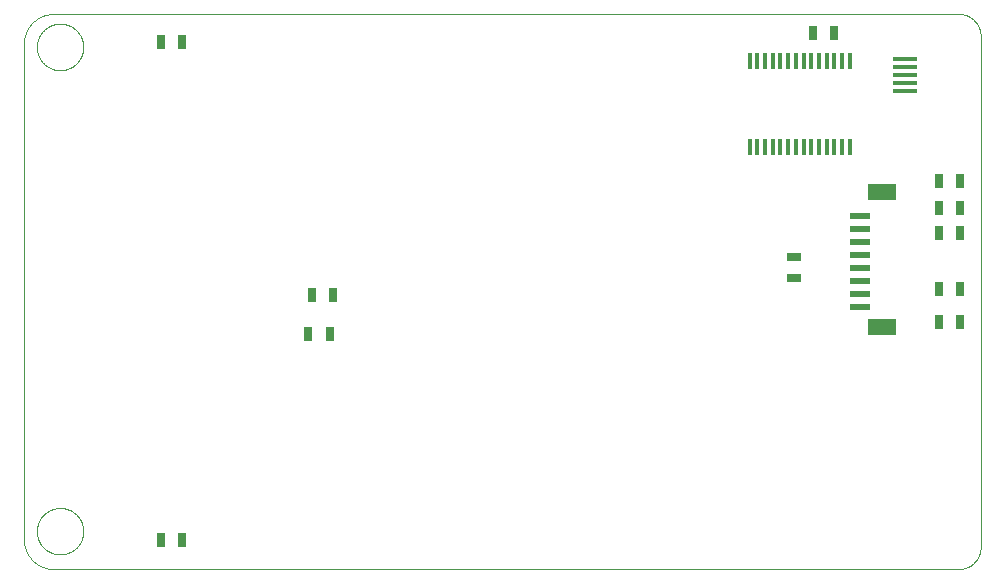
<source format=gtp>
G75*
%MOIN*%
%OFA0B0*%
%FSLAX25Y25*%
%IPPOS*%
%LPD*%
%AMOC8*
5,1,8,0,0,1.08239X$1,22.5*
%
%ADD10C,0.00000*%
%ADD11R,0.07000X0.02400*%
%ADD12R,0.09500X0.05800*%
%ADD13R,0.03150X0.04724*%
%ADD14R,0.04724X0.03150*%
%ADD15R,0.08000X0.01600*%
%ADD16R,0.01370X0.05500*%
D10*
X0014973Y0024882D02*
X0316546Y0024882D01*
X0316546Y0024883D02*
X0316724Y0024885D01*
X0316901Y0024892D01*
X0317078Y0024902D01*
X0317255Y0024917D01*
X0317432Y0024937D01*
X0317608Y0024960D01*
X0317784Y0024988D01*
X0317958Y0025020D01*
X0318132Y0025056D01*
X0318305Y0025097D01*
X0318477Y0025141D01*
X0318648Y0025190D01*
X0318818Y0025243D01*
X0318986Y0025300D01*
X0319153Y0025361D01*
X0319318Y0025426D01*
X0319482Y0025495D01*
X0319644Y0025568D01*
X0319804Y0025644D01*
X0319962Y0025725D01*
X0320118Y0025809D01*
X0320273Y0025898D01*
X0320425Y0025990D01*
X0320574Y0026085D01*
X0320722Y0026184D01*
X0320867Y0026287D01*
X0321009Y0026393D01*
X0321149Y0026503D01*
X0321286Y0026616D01*
X0321421Y0026732D01*
X0321552Y0026851D01*
X0321681Y0026974D01*
X0321806Y0027099D01*
X0321929Y0027228D01*
X0322048Y0027359D01*
X0322164Y0027494D01*
X0322277Y0027631D01*
X0322387Y0027771D01*
X0322493Y0027913D01*
X0322596Y0028058D01*
X0322695Y0028206D01*
X0322790Y0028355D01*
X0322882Y0028507D01*
X0322971Y0028662D01*
X0323055Y0028818D01*
X0323136Y0028976D01*
X0323212Y0029136D01*
X0323285Y0029298D01*
X0323354Y0029462D01*
X0323419Y0029627D01*
X0323480Y0029794D01*
X0323537Y0029962D01*
X0323590Y0030132D01*
X0323639Y0030303D01*
X0323683Y0030475D01*
X0323724Y0030648D01*
X0323760Y0030822D01*
X0323792Y0030996D01*
X0323820Y0031172D01*
X0323843Y0031348D01*
X0323863Y0031525D01*
X0323878Y0031702D01*
X0323888Y0031879D01*
X0323895Y0032056D01*
X0323897Y0032234D01*
X0323898Y0032234D02*
X0323898Y0202651D01*
X0323897Y0202651D02*
X0323895Y0202827D01*
X0323889Y0203002D01*
X0323878Y0203178D01*
X0323863Y0203353D01*
X0323844Y0203527D01*
X0323821Y0203701D01*
X0323793Y0203875D01*
X0323762Y0204048D01*
X0323726Y0204220D01*
X0323686Y0204391D01*
X0323642Y0204561D01*
X0323593Y0204730D01*
X0323541Y0204898D01*
X0323485Y0205064D01*
X0323425Y0205229D01*
X0323360Y0205392D01*
X0323292Y0205554D01*
X0323220Y0205715D01*
X0323144Y0205873D01*
X0323064Y0206030D01*
X0322981Y0206184D01*
X0322894Y0206337D01*
X0322803Y0206487D01*
X0322708Y0206635D01*
X0322610Y0206781D01*
X0322509Y0206924D01*
X0322404Y0207065D01*
X0322295Y0207203D01*
X0322184Y0207339D01*
X0322069Y0207472D01*
X0321951Y0207602D01*
X0321829Y0207729D01*
X0321705Y0207853D01*
X0321578Y0207975D01*
X0321448Y0208093D01*
X0321315Y0208208D01*
X0321179Y0208319D01*
X0321041Y0208428D01*
X0320900Y0208533D01*
X0320757Y0208634D01*
X0320611Y0208732D01*
X0320463Y0208827D01*
X0320313Y0208918D01*
X0320160Y0209005D01*
X0320006Y0209088D01*
X0319849Y0209168D01*
X0319691Y0209244D01*
X0319530Y0209316D01*
X0319368Y0209384D01*
X0319205Y0209449D01*
X0319040Y0209509D01*
X0318874Y0209565D01*
X0318706Y0209617D01*
X0318537Y0209666D01*
X0318367Y0209710D01*
X0318196Y0209750D01*
X0318024Y0209786D01*
X0317851Y0209817D01*
X0317677Y0209845D01*
X0317503Y0209868D01*
X0317329Y0209887D01*
X0317154Y0209902D01*
X0316978Y0209913D01*
X0316803Y0209919D01*
X0316627Y0209921D01*
X0316627Y0209922D02*
X0014913Y0209922D01*
X0014913Y0209921D02*
X0014673Y0209918D01*
X0014434Y0209909D01*
X0014195Y0209895D01*
X0013956Y0209875D01*
X0013718Y0209849D01*
X0013481Y0209817D01*
X0013244Y0209780D01*
X0013008Y0209736D01*
X0012774Y0209687D01*
X0012541Y0209633D01*
X0012309Y0209573D01*
X0012078Y0209507D01*
X0011850Y0209436D01*
X0011623Y0209359D01*
X0011398Y0209277D01*
X0011175Y0209189D01*
X0010954Y0209096D01*
X0010736Y0208998D01*
X0010520Y0208894D01*
X0010306Y0208786D01*
X0010095Y0208672D01*
X0009888Y0208553D01*
X0009683Y0208429D01*
X0009481Y0208300D01*
X0009282Y0208166D01*
X0009086Y0208028D01*
X0008894Y0207885D01*
X0008706Y0207737D01*
X0008521Y0207585D01*
X0008339Y0207428D01*
X0008162Y0207267D01*
X0007989Y0207102D01*
X0007819Y0206932D01*
X0007654Y0206759D01*
X0007493Y0206582D01*
X0007336Y0206400D01*
X0007184Y0206215D01*
X0007036Y0206027D01*
X0006893Y0205835D01*
X0006755Y0205639D01*
X0006621Y0205440D01*
X0006492Y0205238D01*
X0006368Y0205033D01*
X0006249Y0204826D01*
X0006135Y0204615D01*
X0006027Y0204401D01*
X0005923Y0204185D01*
X0005825Y0203967D01*
X0005732Y0203746D01*
X0005644Y0203523D01*
X0005562Y0203298D01*
X0005485Y0203071D01*
X0005414Y0202843D01*
X0005348Y0202612D01*
X0005288Y0202380D01*
X0005234Y0202147D01*
X0005185Y0201913D01*
X0005141Y0201677D01*
X0005104Y0201440D01*
X0005072Y0201203D01*
X0005046Y0200965D01*
X0005026Y0200726D01*
X0005012Y0200487D01*
X0005003Y0200248D01*
X0005000Y0200008D01*
X0005000Y0034855D01*
X0005003Y0034614D01*
X0005012Y0034373D01*
X0005026Y0034133D01*
X0005047Y0033892D01*
X0005073Y0033653D01*
X0005105Y0033414D01*
X0005142Y0033176D01*
X0005186Y0032939D01*
X0005235Y0032703D01*
X0005290Y0032468D01*
X0005350Y0032235D01*
X0005416Y0032003D01*
X0005488Y0031773D01*
X0005565Y0031545D01*
X0005648Y0031319D01*
X0005736Y0031094D01*
X0005830Y0030872D01*
X0005929Y0030652D01*
X0006033Y0030435D01*
X0006142Y0030220D01*
X0006257Y0030008D01*
X0006377Y0029799D01*
X0006501Y0029593D01*
X0006631Y0029390D01*
X0006765Y0029190D01*
X0006905Y0028993D01*
X0007049Y0028800D01*
X0007197Y0028610D01*
X0007350Y0028424D01*
X0007508Y0028242D01*
X0007670Y0028063D01*
X0007836Y0027889D01*
X0008007Y0027718D01*
X0008181Y0027552D01*
X0008360Y0027390D01*
X0008542Y0027232D01*
X0008728Y0027079D01*
X0008918Y0026931D01*
X0009111Y0026787D01*
X0009308Y0026647D01*
X0009508Y0026513D01*
X0009711Y0026383D01*
X0009917Y0026259D01*
X0010126Y0026139D01*
X0010338Y0026024D01*
X0010553Y0025915D01*
X0010770Y0025811D01*
X0010990Y0025712D01*
X0011212Y0025618D01*
X0011437Y0025530D01*
X0011663Y0025447D01*
X0011891Y0025370D01*
X0012121Y0025298D01*
X0012353Y0025232D01*
X0012586Y0025172D01*
X0012821Y0025117D01*
X0013057Y0025068D01*
X0013294Y0025024D01*
X0013532Y0024987D01*
X0013771Y0024955D01*
X0014010Y0024929D01*
X0014251Y0024908D01*
X0014491Y0024894D01*
X0014732Y0024885D01*
X0014973Y0024882D01*
X0009297Y0037520D02*
X0009299Y0037710D01*
X0009306Y0037900D01*
X0009318Y0038090D01*
X0009334Y0038280D01*
X0009355Y0038469D01*
X0009381Y0038657D01*
X0009411Y0038845D01*
X0009446Y0039032D01*
X0009485Y0039218D01*
X0009529Y0039403D01*
X0009578Y0039587D01*
X0009631Y0039770D01*
X0009688Y0039951D01*
X0009750Y0040131D01*
X0009816Y0040309D01*
X0009887Y0040486D01*
X0009962Y0040661D01*
X0010041Y0040834D01*
X0010125Y0041004D01*
X0010212Y0041173D01*
X0010304Y0041340D01*
X0010400Y0041504D01*
X0010499Y0041666D01*
X0010603Y0041826D01*
X0010711Y0041983D01*
X0010822Y0042137D01*
X0010937Y0042288D01*
X0011056Y0042437D01*
X0011179Y0042582D01*
X0011305Y0042725D01*
X0011434Y0042864D01*
X0011567Y0043000D01*
X0011703Y0043133D01*
X0011842Y0043262D01*
X0011985Y0043388D01*
X0012130Y0043511D01*
X0012279Y0043630D01*
X0012430Y0043745D01*
X0012584Y0043856D01*
X0012741Y0043964D01*
X0012901Y0044068D01*
X0013063Y0044167D01*
X0013227Y0044263D01*
X0013394Y0044355D01*
X0013563Y0044442D01*
X0013733Y0044526D01*
X0013906Y0044605D01*
X0014081Y0044680D01*
X0014258Y0044751D01*
X0014436Y0044817D01*
X0014616Y0044879D01*
X0014797Y0044936D01*
X0014980Y0044989D01*
X0015164Y0045038D01*
X0015349Y0045082D01*
X0015535Y0045121D01*
X0015722Y0045156D01*
X0015910Y0045186D01*
X0016098Y0045212D01*
X0016287Y0045233D01*
X0016477Y0045249D01*
X0016667Y0045261D01*
X0016857Y0045268D01*
X0017047Y0045270D01*
X0017237Y0045268D01*
X0017427Y0045261D01*
X0017617Y0045249D01*
X0017807Y0045233D01*
X0017996Y0045212D01*
X0018184Y0045186D01*
X0018372Y0045156D01*
X0018559Y0045121D01*
X0018745Y0045082D01*
X0018930Y0045038D01*
X0019114Y0044989D01*
X0019297Y0044936D01*
X0019478Y0044879D01*
X0019658Y0044817D01*
X0019836Y0044751D01*
X0020013Y0044680D01*
X0020188Y0044605D01*
X0020361Y0044526D01*
X0020531Y0044442D01*
X0020700Y0044355D01*
X0020867Y0044263D01*
X0021031Y0044167D01*
X0021193Y0044068D01*
X0021353Y0043964D01*
X0021510Y0043856D01*
X0021664Y0043745D01*
X0021815Y0043630D01*
X0021964Y0043511D01*
X0022109Y0043388D01*
X0022252Y0043262D01*
X0022391Y0043133D01*
X0022527Y0043000D01*
X0022660Y0042864D01*
X0022789Y0042725D01*
X0022915Y0042582D01*
X0023038Y0042437D01*
X0023157Y0042288D01*
X0023272Y0042137D01*
X0023383Y0041983D01*
X0023491Y0041826D01*
X0023595Y0041666D01*
X0023694Y0041504D01*
X0023790Y0041340D01*
X0023882Y0041173D01*
X0023969Y0041004D01*
X0024053Y0040834D01*
X0024132Y0040661D01*
X0024207Y0040486D01*
X0024278Y0040309D01*
X0024344Y0040131D01*
X0024406Y0039951D01*
X0024463Y0039770D01*
X0024516Y0039587D01*
X0024565Y0039403D01*
X0024609Y0039218D01*
X0024648Y0039032D01*
X0024683Y0038845D01*
X0024713Y0038657D01*
X0024739Y0038469D01*
X0024760Y0038280D01*
X0024776Y0038090D01*
X0024788Y0037900D01*
X0024795Y0037710D01*
X0024797Y0037520D01*
X0024795Y0037330D01*
X0024788Y0037140D01*
X0024776Y0036950D01*
X0024760Y0036760D01*
X0024739Y0036571D01*
X0024713Y0036383D01*
X0024683Y0036195D01*
X0024648Y0036008D01*
X0024609Y0035822D01*
X0024565Y0035637D01*
X0024516Y0035453D01*
X0024463Y0035270D01*
X0024406Y0035089D01*
X0024344Y0034909D01*
X0024278Y0034731D01*
X0024207Y0034554D01*
X0024132Y0034379D01*
X0024053Y0034206D01*
X0023969Y0034036D01*
X0023882Y0033867D01*
X0023790Y0033700D01*
X0023694Y0033536D01*
X0023595Y0033374D01*
X0023491Y0033214D01*
X0023383Y0033057D01*
X0023272Y0032903D01*
X0023157Y0032752D01*
X0023038Y0032603D01*
X0022915Y0032458D01*
X0022789Y0032315D01*
X0022660Y0032176D01*
X0022527Y0032040D01*
X0022391Y0031907D01*
X0022252Y0031778D01*
X0022109Y0031652D01*
X0021964Y0031529D01*
X0021815Y0031410D01*
X0021664Y0031295D01*
X0021510Y0031184D01*
X0021353Y0031076D01*
X0021193Y0030972D01*
X0021031Y0030873D01*
X0020867Y0030777D01*
X0020700Y0030685D01*
X0020531Y0030598D01*
X0020361Y0030514D01*
X0020188Y0030435D01*
X0020013Y0030360D01*
X0019836Y0030289D01*
X0019658Y0030223D01*
X0019478Y0030161D01*
X0019297Y0030104D01*
X0019114Y0030051D01*
X0018930Y0030002D01*
X0018745Y0029958D01*
X0018559Y0029919D01*
X0018372Y0029884D01*
X0018184Y0029854D01*
X0017996Y0029828D01*
X0017807Y0029807D01*
X0017617Y0029791D01*
X0017427Y0029779D01*
X0017237Y0029772D01*
X0017047Y0029770D01*
X0016857Y0029772D01*
X0016667Y0029779D01*
X0016477Y0029791D01*
X0016287Y0029807D01*
X0016098Y0029828D01*
X0015910Y0029854D01*
X0015722Y0029884D01*
X0015535Y0029919D01*
X0015349Y0029958D01*
X0015164Y0030002D01*
X0014980Y0030051D01*
X0014797Y0030104D01*
X0014616Y0030161D01*
X0014436Y0030223D01*
X0014258Y0030289D01*
X0014081Y0030360D01*
X0013906Y0030435D01*
X0013733Y0030514D01*
X0013563Y0030598D01*
X0013394Y0030685D01*
X0013227Y0030777D01*
X0013063Y0030873D01*
X0012901Y0030972D01*
X0012741Y0031076D01*
X0012584Y0031184D01*
X0012430Y0031295D01*
X0012279Y0031410D01*
X0012130Y0031529D01*
X0011985Y0031652D01*
X0011842Y0031778D01*
X0011703Y0031907D01*
X0011567Y0032040D01*
X0011434Y0032176D01*
X0011305Y0032315D01*
X0011179Y0032458D01*
X0011056Y0032603D01*
X0010937Y0032752D01*
X0010822Y0032903D01*
X0010711Y0033057D01*
X0010603Y0033214D01*
X0010499Y0033374D01*
X0010400Y0033536D01*
X0010304Y0033700D01*
X0010212Y0033867D01*
X0010125Y0034036D01*
X0010041Y0034206D01*
X0009962Y0034379D01*
X0009887Y0034554D01*
X0009816Y0034731D01*
X0009750Y0034909D01*
X0009688Y0035089D01*
X0009631Y0035270D01*
X0009578Y0035453D01*
X0009529Y0035637D01*
X0009485Y0035822D01*
X0009446Y0036008D01*
X0009411Y0036195D01*
X0009381Y0036383D01*
X0009355Y0036571D01*
X0009334Y0036760D01*
X0009318Y0036950D01*
X0009306Y0037140D01*
X0009299Y0037330D01*
X0009297Y0037520D01*
X0009297Y0198937D02*
X0009299Y0199127D01*
X0009306Y0199317D01*
X0009318Y0199507D01*
X0009334Y0199697D01*
X0009355Y0199886D01*
X0009381Y0200074D01*
X0009411Y0200262D01*
X0009446Y0200449D01*
X0009485Y0200635D01*
X0009529Y0200820D01*
X0009578Y0201004D01*
X0009631Y0201187D01*
X0009688Y0201368D01*
X0009750Y0201548D01*
X0009816Y0201726D01*
X0009887Y0201903D01*
X0009962Y0202078D01*
X0010041Y0202251D01*
X0010125Y0202421D01*
X0010212Y0202590D01*
X0010304Y0202757D01*
X0010400Y0202921D01*
X0010499Y0203083D01*
X0010603Y0203243D01*
X0010711Y0203400D01*
X0010822Y0203554D01*
X0010937Y0203705D01*
X0011056Y0203854D01*
X0011179Y0203999D01*
X0011305Y0204142D01*
X0011434Y0204281D01*
X0011567Y0204417D01*
X0011703Y0204550D01*
X0011842Y0204679D01*
X0011985Y0204805D01*
X0012130Y0204928D01*
X0012279Y0205047D01*
X0012430Y0205162D01*
X0012584Y0205273D01*
X0012741Y0205381D01*
X0012901Y0205485D01*
X0013063Y0205584D01*
X0013227Y0205680D01*
X0013394Y0205772D01*
X0013563Y0205859D01*
X0013733Y0205943D01*
X0013906Y0206022D01*
X0014081Y0206097D01*
X0014258Y0206168D01*
X0014436Y0206234D01*
X0014616Y0206296D01*
X0014797Y0206353D01*
X0014980Y0206406D01*
X0015164Y0206455D01*
X0015349Y0206499D01*
X0015535Y0206538D01*
X0015722Y0206573D01*
X0015910Y0206603D01*
X0016098Y0206629D01*
X0016287Y0206650D01*
X0016477Y0206666D01*
X0016667Y0206678D01*
X0016857Y0206685D01*
X0017047Y0206687D01*
X0017237Y0206685D01*
X0017427Y0206678D01*
X0017617Y0206666D01*
X0017807Y0206650D01*
X0017996Y0206629D01*
X0018184Y0206603D01*
X0018372Y0206573D01*
X0018559Y0206538D01*
X0018745Y0206499D01*
X0018930Y0206455D01*
X0019114Y0206406D01*
X0019297Y0206353D01*
X0019478Y0206296D01*
X0019658Y0206234D01*
X0019836Y0206168D01*
X0020013Y0206097D01*
X0020188Y0206022D01*
X0020361Y0205943D01*
X0020531Y0205859D01*
X0020700Y0205772D01*
X0020867Y0205680D01*
X0021031Y0205584D01*
X0021193Y0205485D01*
X0021353Y0205381D01*
X0021510Y0205273D01*
X0021664Y0205162D01*
X0021815Y0205047D01*
X0021964Y0204928D01*
X0022109Y0204805D01*
X0022252Y0204679D01*
X0022391Y0204550D01*
X0022527Y0204417D01*
X0022660Y0204281D01*
X0022789Y0204142D01*
X0022915Y0203999D01*
X0023038Y0203854D01*
X0023157Y0203705D01*
X0023272Y0203554D01*
X0023383Y0203400D01*
X0023491Y0203243D01*
X0023595Y0203083D01*
X0023694Y0202921D01*
X0023790Y0202757D01*
X0023882Y0202590D01*
X0023969Y0202421D01*
X0024053Y0202251D01*
X0024132Y0202078D01*
X0024207Y0201903D01*
X0024278Y0201726D01*
X0024344Y0201548D01*
X0024406Y0201368D01*
X0024463Y0201187D01*
X0024516Y0201004D01*
X0024565Y0200820D01*
X0024609Y0200635D01*
X0024648Y0200449D01*
X0024683Y0200262D01*
X0024713Y0200074D01*
X0024739Y0199886D01*
X0024760Y0199697D01*
X0024776Y0199507D01*
X0024788Y0199317D01*
X0024795Y0199127D01*
X0024797Y0198937D01*
X0024795Y0198747D01*
X0024788Y0198557D01*
X0024776Y0198367D01*
X0024760Y0198177D01*
X0024739Y0197988D01*
X0024713Y0197800D01*
X0024683Y0197612D01*
X0024648Y0197425D01*
X0024609Y0197239D01*
X0024565Y0197054D01*
X0024516Y0196870D01*
X0024463Y0196687D01*
X0024406Y0196506D01*
X0024344Y0196326D01*
X0024278Y0196148D01*
X0024207Y0195971D01*
X0024132Y0195796D01*
X0024053Y0195623D01*
X0023969Y0195453D01*
X0023882Y0195284D01*
X0023790Y0195117D01*
X0023694Y0194953D01*
X0023595Y0194791D01*
X0023491Y0194631D01*
X0023383Y0194474D01*
X0023272Y0194320D01*
X0023157Y0194169D01*
X0023038Y0194020D01*
X0022915Y0193875D01*
X0022789Y0193732D01*
X0022660Y0193593D01*
X0022527Y0193457D01*
X0022391Y0193324D01*
X0022252Y0193195D01*
X0022109Y0193069D01*
X0021964Y0192946D01*
X0021815Y0192827D01*
X0021664Y0192712D01*
X0021510Y0192601D01*
X0021353Y0192493D01*
X0021193Y0192389D01*
X0021031Y0192290D01*
X0020867Y0192194D01*
X0020700Y0192102D01*
X0020531Y0192015D01*
X0020361Y0191931D01*
X0020188Y0191852D01*
X0020013Y0191777D01*
X0019836Y0191706D01*
X0019658Y0191640D01*
X0019478Y0191578D01*
X0019297Y0191521D01*
X0019114Y0191468D01*
X0018930Y0191419D01*
X0018745Y0191375D01*
X0018559Y0191336D01*
X0018372Y0191301D01*
X0018184Y0191271D01*
X0017996Y0191245D01*
X0017807Y0191224D01*
X0017617Y0191208D01*
X0017427Y0191196D01*
X0017237Y0191189D01*
X0017047Y0191187D01*
X0016857Y0191189D01*
X0016667Y0191196D01*
X0016477Y0191208D01*
X0016287Y0191224D01*
X0016098Y0191245D01*
X0015910Y0191271D01*
X0015722Y0191301D01*
X0015535Y0191336D01*
X0015349Y0191375D01*
X0015164Y0191419D01*
X0014980Y0191468D01*
X0014797Y0191521D01*
X0014616Y0191578D01*
X0014436Y0191640D01*
X0014258Y0191706D01*
X0014081Y0191777D01*
X0013906Y0191852D01*
X0013733Y0191931D01*
X0013563Y0192015D01*
X0013394Y0192102D01*
X0013227Y0192194D01*
X0013063Y0192290D01*
X0012901Y0192389D01*
X0012741Y0192493D01*
X0012584Y0192601D01*
X0012430Y0192712D01*
X0012279Y0192827D01*
X0012130Y0192946D01*
X0011985Y0193069D01*
X0011842Y0193195D01*
X0011703Y0193324D01*
X0011567Y0193457D01*
X0011434Y0193593D01*
X0011305Y0193732D01*
X0011179Y0193875D01*
X0011056Y0194020D01*
X0010937Y0194169D01*
X0010822Y0194320D01*
X0010711Y0194474D01*
X0010603Y0194631D01*
X0010499Y0194791D01*
X0010400Y0194953D01*
X0010304Y0195117D01*
X0010212Y0195284D01*
X0010125Y0195453D01*
X0010041Y0195623D01*
X0009962Y0195796D01*
X0009887Y0195971D01*
X0009816Y0196148D01*
X0009750Y0196326D01*
X0009688Y0196506D01*
X0009631Y0196687D01*
X0009578Y0196870D01*
X0009529Y0197054D01*
X0009485Y0197239D01*
X0009446Y0197425D01*
X0009411Y0197612D01*
X0009381Y0197800D01*
X0009355Y0197988D01*
X0009334Y0198177D01*
X0009318Y0198367D01*
X0009306Y0198557D01*
X0009299Y0198747D01*
X0009297Y0198937D01*
D11*
X0283665Y0142548D03*
X0283665Y0138248D03*
X0283665Y0133948D03*
X0283665Y0129548D03*
X0283665Y0125248D03*
X0283665Y0120948D03*
X0283665Y0116548D03*
X0283665Y0112248D03*
D12*
X0290865Y0105748D03*
X0290865Y0150748D03*
D13*
X0310039Y0154205D03*
X0317126Y0154205D03*
X0317126Y0145331D03*
X0310039Y0145331D03*
X0310039Y0136957D03*
X0317126Y0136957D03*
X0317126Y0118091D03*
X0310039Y0118091D03*
X0310039Y0107280D03*
X0317126Y0107280D03*
X0275126Y0203461D03*
X0268039Y0203461D03*
X0108094Y0116370D03*
X0101008Y0116370D03*
X0099831Y0103229D03*
X0106917Y0103229D03*
X0057835Y0034567D03*
X0050748Y0034567D03*
X0050748Y0200748D03*
X0057835Y0200748D03*
D14*
X0261654Y0128977D03*
X0261654Y0121890D03*
D15*
X0298776Y0184367D03*
X0298776Y0186967D03*
X0298776Y0189567D03*
X0298776Y0192167D03*
X0298776Y0194767D03*
D16*
X0280217Y0194355D03*
X0277657Y0194355D03*
X0275098Y0194355D03*
X0272539Y0194355D03*
X0269980Y0194355D03*
X0267421Y0194355D03*
X0264862Y0194355D03*
X0262303Y0194355D03*
X0259744Y0194355D03*
X0257185Y0194355D03*
X0254626Y0194355D03*
X0252067Y0194355D03*
X0249508Y0194355D03*
X0246949Y0194355D03*
X0246949Y0165567D03*
X0249508Y0165567D03*
X0252067Y0165567D03*
X0254626Y0165567D03*
X0257185Y0165567D03*
X0259744Y0165567D03*
X0262303Y0165567D03*
X0264862Y0165567D03*
X0267421Y0165567D03*
X0269980Y0165567D03*
X0272539Y0165567D03*
X0275098Y0165567D03*
X0277657Y0165567D03*
X0280217Y0165567D03*
M02*

</source>
